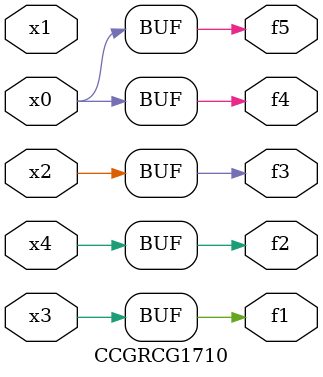
<source format=v>
module CCGRCG1710(
	input x0, x1, x2, x3, x4,
	output f1, f2, f3, f4, f5
);
	assign f1 = x3;
	assign f2 = x4;
	assign f3 = x2;
	assign f4 = x0;
	assign f5 = x0;
endmodule

</source>
